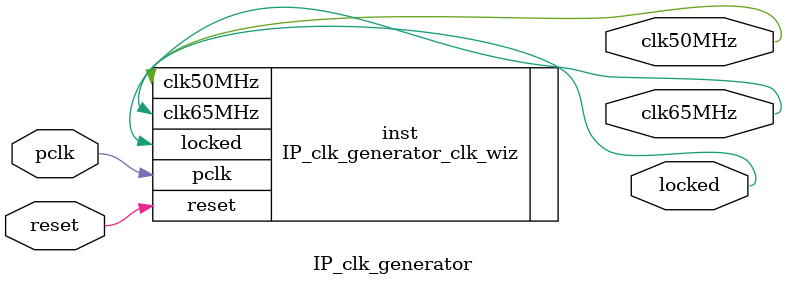
<source format=v>


`timescale 1ps/1ps

(* CORE_GENERATION_INFO = "IP_clk_generator,clk_wiz_v5_4_2_0,{component_name=IP_clk_generator,use_phase_alignment=true,use_min_o_jitter=false,use_max_i_jitter=false,use_dyn_phase_shift=false,use_inclk_switchover=false,use_dyn_reconfig=false,enable_axi=0,feedback_source=FDBK_AUTO,PRIMITIVE=MMCM,num_out_clk=2,clkin1_period=10.000,clkin2_period=10.000,use_power_down=false,use_reset=true,use_locked=true,use_inclk_stopped=false,feedback_type=SINGLE,CLOCK_MGR_TYPE=NA,manual_override=false}" *)

module IP_clk_generator 
 (
  // Clock out ports
  output        clk50MHz,
  output        clk65MHz,
  // Status and control signals
  input         reset,
  output        locked,
 // Clock in ports
  input         pclk
 );

  IP_clk_generator_clk_wiz inst
  (
  // Clock out ports  
  .clk50MHz(clk50MHz),
  .clk65MHz(clk65MHz),
  // Status and control signals               
  .reset(reset), 
  .locked(locked),
 // Clock in ports
  .pclk(pclk)
  );

endmodule

</source>
